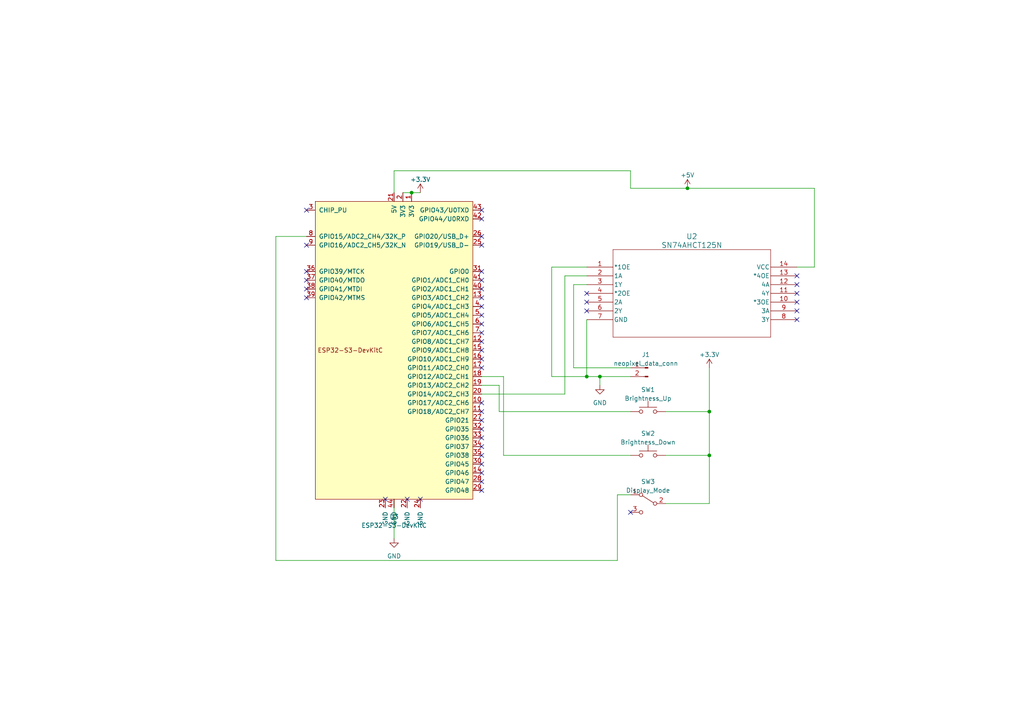
<source format=kicad_sch>
(kicad_sch (version 20230121) (generator eeschema)
  (paper "A4")
  (title_block (title "Bluetooth Scanner Bracer"))
  (lib_symbols
    (symbol "+3.3V_1" (power) (pin_names (offset 0))
      (property "Value" "+3.3V_1" (at 0 3.81 0))
      (symbol "+3.3V_1_0_1"
        (polyline (pts (xy -0.762 1.27) (xy 0 2.54)))
        (polyline (pts (xy 0 0) (xy 0 2.54)))
        (polyline (pts (xy 0 2.54) (xy 0.762 1.27)))
      )
      (symbol "+3.3V_1_1_1"
        (pin power_out line (at 0 0 90) (length 0) hide (name "+3.3V") (number "1"))
      )
    )
    (symbol "74AHCT125N:SN74AHCT125N" (pin_names (offset 0.254))
      (property "Reference" "U2" (at 30.48 8.89 0))
      (property "Value" "SN74AHCT125N" (at 30.48 6.35 0))
      (symbol "SN74AHCT125N_0_1"
        (polyline (pts (xy 7.62 -20.32) (xy 53.34 -20.32)) (stroke (width 0.127)))
        (polyline (pts (xy 7.62 5.08) (xy 7.62 -20.32)) (stroke (width 0.127)))
        (polyline (pts (xy 53.34 -20.32) (xy 53.34 5.08)) (stroke (width 0.127)))
        (polyline (pts (xy 53.34 5.08) (xy 7.62 5.08)) (stroke (width 0.127)))
        (pin input line (at 0 0 0) (length 7.62) (name "*1OE") (number "1"))
        (pin input line (at 60.96 -10.16 180) (length 7.62) (name "*3OE") (number "10"))
        (pin unspecified line (at 60.96 -7.62 180) (length 7.62) (name "4Y") (number "11"))
        (pin input line (at 60.96 -5.08 180) (length 7.62) (name "4A") (number "12"))
        (pin input line (at 60.96 -2.54 180) (length 7.62) (name "*4OE") (number "13"))
        (pin power_in line (at 60.96 0 180) (length 7.62) (name "VCC") (number "14"))
        (pin input line (at 0 -2.54 0) (length 7.62) (name "1A") (number "2"))
        (pin output line (at 0 -5.08 0) (length 7.62) (name "1Y") (number "3"))
        (pin input line (at 0 -7.62 0) (length 7.62) (name "*2OE") (number "4"))
        (pin input line (at 0 -10.16 0) (length 7.62) (name "2A") (number "5"))
        (pin unspecified line (at 0 -12.7 0) (length 7.62) (name "2Y") (number "6"))
        (pin power_out line (at 0 -15.24 0) (length 7.62) (name "GND") (number "7"))
        (pin unspecified line (at 60.96 -15.24 180) (length 7.62) (name "3Y") (number "8"))
        (pin input line (at 60.96 -12.7 180) (length 7.62) (name "3A") (number "9"))
      )
    )
    (symbol "Espressif:ESP32-S3-DevKitC" (pin_names (offset 1.016))
      (property "Reference" "U3" (at 0 -48.26 0))
      (property "Value" "ESP32-S3-DevKitC" (at 0 -50.8 0))
      (symbol "ESP32-S3-DevKitC_0_0"
        (text "ESP32-S3-DevKitC" (at -12.7 0 0) (effects (font (size 1.27 1.27))))
        (pin bidirectional line (at 25.4 -35.56 180) (length 2.54) (name "GPIO46") (number "14"))
        (pin bidirectional line (at 25.4 -10.16 180) (length 2.54) (name "GPIO13/ADC2_CH2") (number "19"))
        (pin bidirectional line (at -25.4 15.24 0) (length 2.54) (name "GPIO42/MTMS") (number "39"))
        (pin bidirectional line (at 25.4 17.78 180) (length 2.54) (name "GPIO2/ADC1_CH1") (number "40"))
        (pin bidirectional line (at 25.4 20.32 180) (length 2.54) (name "GPIO1/ADC1_CH0") (number "41"))
        (pin bidirectional line (at 25.4 38.1 180) (length 2.54) (name "GPIO44/U0RXD") (number "42"))
        (pin bidirectional line (at 25.4 40.64 180) (length 2.54) (name "GPIO43/U0TXD") (number "43"))
        (pin power_out line (at 0 -43.18 270) (length 2.54) (name "GND") (number "44"))
      )
      (symbol "ESP32-S3-DevKitC_0_1"
        (rectangle (start -22.86 43.18) (end 22.86 -43.18) (fill (type background)))
        (pin power_in line (at 2.54 45.72 270) (length 2.54) (name "3V3") (number "2"))
      )
      (symbol "ESP32-S3-DevKitC_1_1"
        (pin power_in line (at 5.08 45.72 270) (length 2.54) (name "3V3") (number "1"))
        (pin bidirectional line (at 25.4 -15.24 180) (length 2.54) (name "GPIO17/ADC2_CH6") (number "10"))
        (pin bidirectional line (at 25.4 -17.78 180) (length 2.54) (name "GPIO18/ADC2_CH7") (number "11"))
        (pin bidirectional line (at 25.4 2.54 180) (length 2.54) (name "GPIO8/ADC1_CH7") (number "12"))
        (pin bidirectional line (at 25.4 15.24 180) (length 2.54) (name "GPIO3/ADC1_CH2") (number "13"))
        (pin bidirectional line (at 25.4 0 180) (length 2.54) (name "GPIO9/ADC1_CH8") (number "15"))
        (pin bidirectional line (at 25.4 -2.54 180) (length 2.54) (name "GPIO10/ADC1_CH9") (number "16"))
        (pin bidirectional line (at 25.4 -5.08 180) (length 2.54) (name "GPIO11/ADC2_CH0") (number "17"))
        (pin bidirectional line (at 25.4 -7.62 180) (length 2.54) (name "GPIO12/ADC2_CH1") (number "18"))
        (pin bidirectional line (at 25.4 -12.7 180) (length 2.54) (name "GPIO14/ADC2_CH3") (number "20"))
        (pin power_in line (at 0 45.72 270) (length 2.54) (name "5V") (number "21"))
        (pin passive line (at 3.81 -43.18 270) (length 2.54) (name "GND") (number "22"))
        (pin passive line (at -2.54 -43.18 270) (length 2.54) (name "GND") (number "23"))
        (pin passive line (at 7.62 -43.18 270) (length 2.54) (name "GND") (number "24"))
        (pin bidirectional line (at 25.4 30.48 180) (length 2.54) (name "GPIO19/USB_D-") (number "25"))
        (pin bidirectional line (at 25.4 33.02 180) (length 2.54) (name "GPIO20/USB_D+") (number "26"))
        (pin bidirectional line (at 25.4 -20.32 180) (length 2.54) (name "GPIO21") (number "27"))
        (pin bidirectional line (at 25.4 -38.1 180) (length 2.54) (name "GPIO47") (number "28"))
        (pin bidirectional line (at 25.4 -40.64 180) (length 2.54) (name "GPIO48") (number "29"))
        (pin input line (at -25.4 40.64 0) (length 2.54) (name "CHIP_PU") (number "3"))
        (pin bidirectional line (at 25.4 -33.02 180) (length 2.54) (name "GPIO45") (number "30"))
        (pin bidirectional line (at 25.4 22.86 180) (length 2.54) (name "GPIO0") (number "31"))
        (pin bidirectional line (at 25.4 -22.86 180) (length 2.54) (name "GPIO35") (number "32"))
        (pin bidirectional line (at 25.4 -25.4 180) (length 2.54) (name "GPIO36") (number "33"))
        (pin bidirectional line (at 25.4 -27.94 180) (length 2.54) (name "GPIO37") (number "34"))
        (pin bidirectional line (at 25.4 -30.48 180) (length 2.54) (name "GPIO38") (number "35"))
        (pin bidirectional line (at -25.4 22.86 0) (length 2.54) (name "GPIO39/MTCK") (number "36"))
        (pin bidirectional line (at -25.4 20.32 0) (length 2.54) (name "GPIO40/MTDO") (number "37"))
        (pin bidirectional line (at -25.4 17.78 0) (length 2.54) (name "GPIO41/MTDI") (number "38"))
        (pin bidirectional line (at 25.4 12.7 180) (length 2.54) (name "GPIO4/ADC1_CH3") (number "4"))
        (pin bidirectional line (at 25.4 10.16 180) (length 2.54) (name "GPIO5/ADC1_CH4") (number "5"))
        (pin bidirectional line (at 25.4 7.62 180) (length 2.54) (name "GPIO6/ADC1_CH5") (number "6"))
        (pin bidirectional line (at 25.4 5.08 180) (length 2.54) (name "GPIO7/ADC1_CH6") (number "7"))
        (pin bidirectional line (at -25.4 33.02 0) (length 2.54) (name "GPIO15/ADC2_CH4/32K_P") (number "8"))
        (pin bidirectional line (at -25.4 30.48 0) (length 2.54) (name "GPIO16/ADC2_CH5/32K_N") (number "9"))
      )
    )
    (symbol "GND_1" (power) (pin_names (offset 0))
      (property "Value" "GND" (at 0 -5.08 0))
      (symbol "GND_1_0_1"
        (polyline (pts (xy 0 0) (xy 0 -1.27) (xy 1.27 -1.27) (xy 0 -2.54) (xy -1.27 -1.27) (xy 0 -1.27)))
      )
      (symbol "GND_1_1_1"
        (pin input line (at 0 0 270) (length 0) hide (name "GND") (number "1"))
      )
    )
    (symbol "Switch:SW_Push" (pin_numbers hide) (pin_names (offset 1.016) hide)
      (property "Reference" "SW" (at 1.27 2.54 0))
      (property "Value" "SW_Push" (at 0 -1.524 0))
      (symbol "SW_Push_0_1"
        (circle (center -2.032 0) (radius 0.508))
        (polyline (pts (xy 0 1.27) (xy 0 3.048)))
        (polyline (pts (xy 2.54 1.27) (xy -2.54 1.27)))
        (circle (center 2.032 0) (radius 0.508))
        (pin passive line (at -5.08 0 0) (length 2.54) (name "1") (number "1"))
        (pin passive line (at 5.08 0 180) (length 2.54) (name "2") (number "2"))
      )
    )
    (symbol "Switch:SW_SPDT" (pin_names (offset 0) hide)
      (property "Reference" "SW" (at 0 4.318 0))
      (property "Value" "SW_SPDT" (at 0 -5.08 0))
      (symbol "SW_SPDT_0_0"
        (circle (center -2.032 0) (radius 0.508))
        (circle (center 2.032 -2.54) (radius 0.508))
      )
      (symbol "SW_SPDT_0_1"
        (polyline (pts (xy -1.524 0.254) (xy 1.651 2.286)))
        (circle (center 2.032 2.54) (radius 0.508))
      )
      (symbol "SW_SPDT_1_1"
        (pin passive line (at 5.08 2.54 180) (length 2.54) (name "A") (number "1"))
        (pin passive line (at -5.08 0 0) (length 2.54) (name "B") (number "2"))
        (pin passive line (at 5.08 -2.54 180) (length 2.54) (name "C") (number "3"))
      )
    )
    (symbol "power:+3.3V" (power) (pin_names (offset 0))
      (property "Value" "+3.3V" (at 0 3.81 0))
      (symbol "+3.3V_0_1"
        (polyline (pts (xy -0.762 1.27) (xy 0 2.54)))
        (polyline (pts (xy 0 0) (xy 0 2.54)))
        (polyline (pts (xy 0 2.54) (xy 0.762 1.27)))
      )
      (symbol "+3.3V_1_1"
        (pin power_out line (at 0 0 90) (length 0) hide (name "+3.3V") (number "1"))
      )
    )
    (symbol "power:+5V" (power) (pin_names (offset 0))
      (property "Value" "+5V" (at 0 3.81 0))
      (symbol "+5V_0_1"
        (polyline (pts (xy -0.762 1.27) (xy 0 2.54)))
        (polyline (pts (xy 0 0) (xy 0 2.54)))
        (polyline (pts (xy 0 2.54) (xy 0.762 1.27)))
      )
      (symbol "+5V_1_1"
        (pin power_out line (at 0 0 90) (length 0) hide (name "+5V") (number "1"))
      )
    )
    (symbol "power:GND" (power) (pin_names (offset 0))
      (property "Value" "GND" (at 0 -3.81 0))
      (symbol "GND_0_1"
        (polyline (pts (xy 0 0) (xy 0 -1.27) (xy 1.27 -1.27) (xy 0 -2.54) (xy -1.27 -1.27) (xy 0 -1.27)))
      )
      (symbol "GND_1_1"
        (pin power_in line (at 0 0 270) (length 0) hide (name "GND") (number "1"))
      )
    )
    (symbol "project:neopixel_data_conn" (pin_names (offset 1.016) hide)
      (property "Reference" "J" (at 0 2.54 0))
      (property "Value" "neopixel_data_conn" (at 0 -5.08 0))
      (symbol "neopixel_data_conn_1_1"
        (polyline (pts (xy 1.27 -2.54) (xy 0.8636 -2.54)) (stroke (width 0.1524)))
        (polyline (pts (xy 1.27 0) (xy 0.8636 0)) (stroke (width 0.1524)))
        (rectangle (start 0.8636 -2.413) (end 0 -2.667) (stroke (width 0.1524)) (fill (type outline)))
        (rectangle (start 0.8636 0.127) (end 0 -0.127) (stroke (width 0.1524)) (fill (type outline)))
        (pin input line (at 5.08 0 180) (length 3.81) (name "Data") (number "1"))
        (pin power_in line (at 5.08 -2.54 180) (length 3.81) (name "GND") (number "2"))
      )
    )
  )
  (junction (at 199.39 54.61))
  (junction (at 119.38 55.88))
  (junction (at 205.74 132.08))
  (junction (at 205.74 119.38))
  (junction (at 170.18 109.22))
  (junction (at 173.99 109.22))
  (no_connect (at 88.9 60.96))
  (no_connect (at 88.9 71.12))
  (no_connect (at 231.14 87.63))
  (no_connect (at 139.7 119.38))
  (no_connect (at 139.7 99.06))
  (no_connect (at 139.7 127))
  (no_connect (at 139.7 137.16))
  (no_connect (at 139.7 63.5))
  (no_connect (at 88.9 81.28))
  (no_connect (at 88.9 83.82))
  (no_connect (at 139.7 129.54))
  (no_connect (at 231.14 80.01))
  (no_connect (at 139.7 68.58))
  (no_connect (at 139.7 124.46))
  (no_connect (at 170.18 87.63))
  (no_connect (at 139.7 101.6))
  (no_connect (at 139.7 83.82))
  (no_connect (at 139.7 60.96))
  (no_connect (at 139.7 78.74))
  (no_connect (at 231.14 82.55))
  (no_connect (at 139.7 106.68))
  (no_connect (at 139.7 134.62))
  (no_connect (at 182.88 148.59))
  (no_connect (at 88.9 78.74))
  (no_connect (at 88.9 86.36))
  (no_connect (at 139.7 81.28))
  (no_connect (at 139.7 132.08))
  (no_connect (at 139.7 86.36))
  (no_connect (at 139.7 142.24))
  (no_connect (at 139.7 104.14))
  (no_connect (at 139.7 91.44))
  (no_connect (at 231.14 92.71))
  (no_connect (at 231.14 85.09))
  (no_connect (at 139.7 88.9))
  (no_connect (at 139.7 121.92))
  (no_connect (at 111.76 144.78))
  (no_connect (at 139.7 139.7))
  (no_connect (at 139.7 93.98))
  (no_connect (at 139.7 116.84))
  (no_connect (at 139.7 96.52))
  (no_connect (at 231.14 90.17))
  (no_connect (at 139.7 71.12))
  (no_connect (at 170.18 90.17))
  (no_connect (at 121.92 144.78))
  (no_connect (at 118.11 144.78))
  (no_connect (at 170.18 85.09))
  (wire (pts (xy 146.05 132.08) (xy 146.05 109.22)))
  (wire (pts (xy 119.38 55.88) (xy 121.92 55.88)))
  (wire (pts (xy 236.22 54.61) (xy 199.39 54.61)))
  (wire (pts (xy 179.07 162.56) (xy 179.07 143.51)))
  (wire (pts (xy 160.02 77.47) (xy 160.02 109.22)))
  (wire (pts (xy 166.37 82.55) (xy 166.37 106.68)))
  (wire (pts (xy 205.74 132.08) (xy 205.74 146.05)))
  (wire (pts (xy 193.04 132.08) (xy 205.74 132.08)))
  (wire (pts (xy 182.88 132.08) (xy 146.05 132.08)))
  (wire (pts (xy 193.04 146.05) (xy 205.74 146.05)))
  (wire (pts (xy 163.83 80.01) (xy 163.83 114.3)))
  (wire (pts (xy 146.05 109.22) (xy 139.7 109.22)))
  (wire (pts (xy 88.9 68.58) (xy 80.01 68.58)))
  (wire (pts (xy 80.01 68.58) (xy 80.01 162.56)))
  (wire (pts (xy 144.78 111.76) (xy 139.7 111.76)))
  (wire (pts (xy 205.74 132.08) (xy 205.74 119.38)))
  (wire (pts (xy 163.83 80.01) (xy 170.18 80.01)))
  (wire (pts (xy 173.99 109.22) (xy 182.88 109.22)))
  (wire (pts (xy 114.3 49.53) (xy 182.88 49.53)))
  (wire (pts (xy 170.18 77.47) (xy 160.02 77.47)))
  (wire (pts (xy 80.01 162.56) (xy 179.07 162.56)))
  (wire (pts (xy 182.88 54.61) (xy 199.39 54.61)))
  (wire (pts (xy 182.88 119.38) (xy 144.78 119.38)))
  (wire (pts (xy 236.22 54.61) (xy 236.22 77.47)))
  (wire (pts (xy 182.88 49.53) (xy 182.88 54.61)))
  (wire (pts (xy 166.37 106.68) (xy 182.88 106.68)))
  (wire (pts (xy 231.14 77.47) (xy 236.22 77.47)))
  (wire (pts (xy 205.74 106.68) (xy 205.74 119.38)))
  (wire (pts (xy 193.04 119.38) (xy 205.74 119.38)))
  (wire (pts (xy 170.18 109.22) (xy 173.99 109.22)))
  (wire (pts (xy 170.18 82.55) (xy 166.37 82.55)))
  (wire (pts (xy 116.84 55.88) (xy 119.38 55.88)))
  (wire (pts (xy 173.99 109.22) (xy 173.99 111.76)))
  (wire (pts (xy 139.7 114.3) (xy 163.83 114.3)))
  (wire (pts (xy 114.3 144.78) (xy 114.3 156.21)))
  (wire (pts (xy 179.07 143.51) (xy 182.88 143.51)))
  (wire (pts (xy 170.18 92.71) (xy 170.18 109.22)))
  (wire (pts (xy 144.78 119.38) (xy 144.78 111.76)))
  (wire (pts (xy 160.02 109.22) (xy 170.18 109.22)))
  (wire (pts (xy 114.3 49.53) (xy 114.3 55.88)))
  (symbol (lib_id "74AHCT125N:SN74AHCT125N") (at 170.18 77.47 0) (unit 1)
    (property "Reference" "U2" (at 200.66 68.58 0) (effects (font (size 1.524 1.524))))
    (property "Value" "SN74AHCT125N" (at 200.66 71.12 0) (effects (font (size 1.524 1.524))))
    (property "Footprint" "N14" (effects hide))
    (property "Datasheet" "SN74AHCT125N" (effects hide))
  )
  (symbol (lib_id "Switch:SW_Push") (at 187.96 119.38 0) (unit 1)
    (property "Reference" "SW1" (at 187.96 113.03 0))
    (property "Value" "Brightness_Up" (at 187.96 115.57 0))
  )
  (symbol (lib_id "power:GND") (at 173.99 111.76 0) (unit 1)
    (property "Reference" "#PWR03" (effects hide))
    (property "Value" "GND" (at 173.99 116.84 0))
  )
  (symbol (lib_id "power:+3.3V") (at 205.74 106.68 0) (unit 1)
    (property "Reference" "#PWR02" (effects hide))
    (property "Value" "+3.3V" (at 205.74 102.87 0))
  )
  (symbol (lib_id "project:neopixel_data_conn") (at 187.96 106.68 0) (mirror y) (unit 1)
    (property "Reference" "J1" (at 187.325 102.87 0))
    (property "Value" "neopixel_data_conn" (at 187.325 105.41 0))
  )
  (symbol (lib_id "Switch:SW_Push") (at 187.96 132.08 0) (unit 1)
    (property "Reference" "SW2" (at 187.96 125.73 0))
    (property "Value" "Brightness_Down" (at 187.96 128.27 0))
  )
  (symbol (lib_name "GND_1") (lib_id "power:GND") (at 114.3 156.21 0) (unit 1)
    (property "Reference" "#PWR05" (effects hide))
    (property "Value" "GND" (at 114.3 161.29 0))
  )
  (symbol (lib_id "Switch:SW_SPDT") (at 187.96 146.05 0) (mirror y) (unit 1)
    (property "Reference" "SW3" (at 187.96 139.7 0))
    (property "Value" "Display_Mode" (at 187.96 142.24 0))
  )
  (symbol (lib_id "power:+5V") (at 199.39 54.61 0) (unit 1)
    (property "Reference" "#PWR01" (effects hide))
    (property "Value" "+5V" (at 199.39 50.8 0))
  )
  (symbol (lib_id "Espressif:ESP32-S3-DevKitC") (at 114.3 101.6 0) (unit 1)
    (property "Reference" "U3" (at 114.3 149.86 0))
    (property "Value" "ESP32-S3-DevKitC" (at 114.3 152.4 0))
    (property "Footprint" "Espressif:ESP32-S3-DevKitC" (effects hide))
  )
  (symbol (lib_name "+3.3V_1") (lib_id "power:+3.3V") (at 121.92 55.88 0) (unit 1)
    (property "Reference" "#PWR04" (effects hide))
    (property "Value" "+3.3V" (at 121.92 52.07 0))
  )
)
</source>
